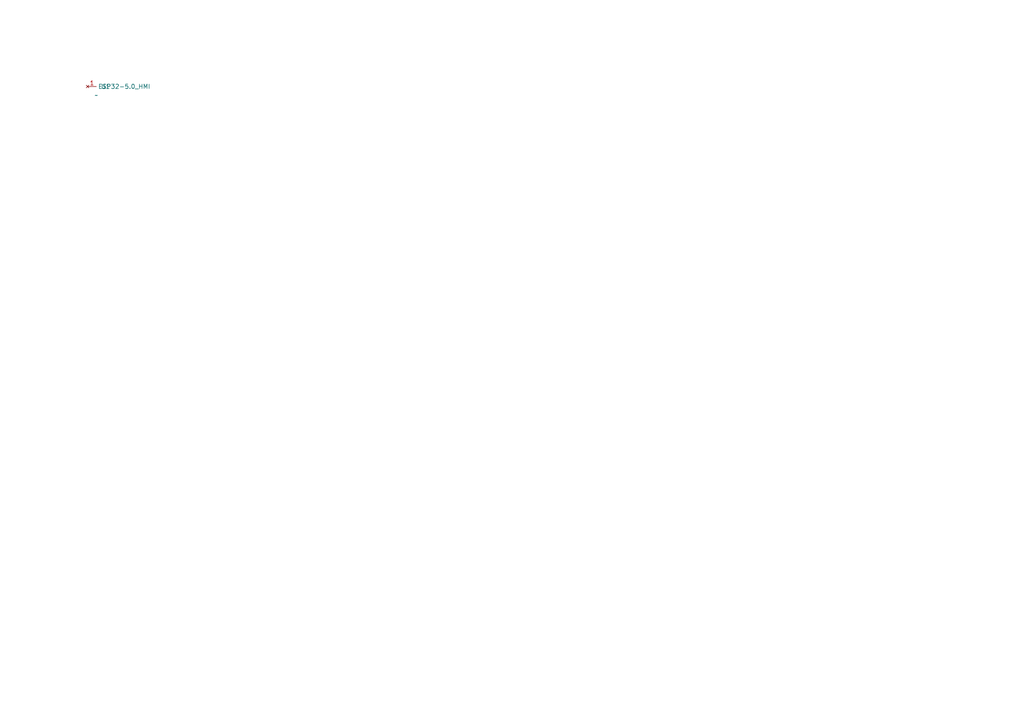
<source format=kicad_sch>
(kicad_sch (version 20230121) (generator eeschema)

  (uuid 81881e10-7cae-4e6e-9d7a-eab6146a8dfe)

  (paper "A4")

  (lib_symbols
    (symbol "elecrow5hmi-display:ESP32_display-5.0_Inch_HMI_Display_800x480_RGB" (in_bom yes) (on_board yes)
      (property "Reference" "U" (at 0 0 0)
        (effects (font (size 1.27 1.27)))
      )
      (property "Value" "" (at 0 0 0)
        (effects (font (size 1.27 1.27)))
      )
      (property "Footprint" "" (at 0 0 0)
        (effects (font (size 1.27 1.27)) hide)
      )
      (property "Datasheet" "" (at 0 0 0)
        (effects (font (size 1.27 1.27)) hide)
      )
      (symbol "ESP32_display-5.0_Inch_HMI_Display_800x480_RGB_1_1"
        (pin no_connect line (at -2.54 2.54 0) (length 2.54)
          (name "ESP32-5.0_HMI" (effects (font (size 1.27 1.27))))
          (number "1" (effects (font (size 1.27 1.27))))
        )
      )
    )
  )


  (symbol (lib_id "elecrow5hmi-display:ESP32_display-5.0_Inch_HMI_Display_800x480_RGB") (at 27.94 27.6352 0) (unit 1)
    (in_bom yes) (on_board yes) (dnp no) (fields_autoplaced)
    (uuid d7eb39c3-8724-4edb-9813-62c4604c418e)
    (property "Reference" "U1" (at 29.21 25.0952 0)
      (effects (font (size 1.27 1.27)) (justify left))
    )
    (property "Value" "~" (at 27.94 27.6352 0)
      (effects (font (size 1.27 1.27)))
    )
    (property "Footprint" "elecrow5hmi:ESP32-5.0 Inch HMI 800x480 RGB" (at 27.94 27.6352 0)
      (effects (font (size 1.27 1.27)) hide)
    )
    (property "Datasheet" "" (at 27.94 27.6352 0)
      (effects (font (size 1.27 1.27)) hide)
    )
    (pin "1" (uuid 2dd57a99-3f9f-47cf-a726-2cbf37c2d7b8))
    (instances
      (project "ELECROW5HMI"
        (path "/81881e10-7cae-4e6e-9d7a-eab6146a8dfe"
          (reference "U1") (unit 1)
        )
      )
    )
  )

  (sheet_instances
    (path "/" (page "1"))
  )
)

</source>
